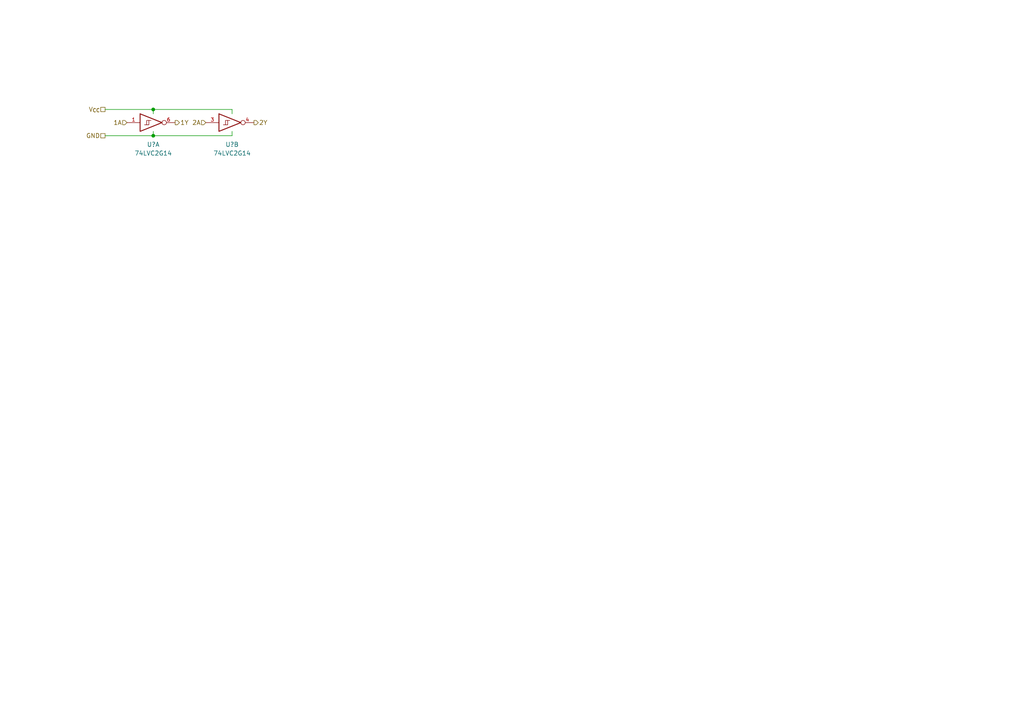
<source format=kicad_sch>
(kicad_sch (version 20211123) (generator eeschema)
  (paper "A4")
  (lib_symbols
    (symbol "74LVC2G14_1" (pin_names (offset 1.016))
      (property "Reference" "U?" (at -0.635 7.62 0))
      (property "Value" "74LVC2G14" (at -0.635 5.08 0))
      (symbol "74LVC2G14_1_0_1"
        (polyline (pts (xy -1.905 -0.635) (xy -1.27 -0.635) (xy -1.27 0.635)))
        (polyline (pts (xy -3.81 2.54) (xy -3.81 -2.54) (xy 2.54 0) (xy -3.81 2.54)) (stroke (width 0.254)))
        (polyline (pts (xy -2.54 -0.635) (xy -1.905 -0.635) (xy -1.905 0.635) (xy -0.635 0.635)))
        (pin power_in line (at 0 -2.54 270) (length 0) hide (name "GND") (number "2"))
        (pin power_in line (at 0 2.54 90) (length 0) hide (name "VCC") (number "5"))
      )
      (symbol "74LVC2G14_1_1_1"
        (pin input line (at -7.62 0 0) (length 3.81) (name "~") (number "1"))
        (pin output inverted (at 6.35 0 180) (length 3.81) (name "~") (number "6"))
      )
      (symbol "74LVC2G14_1_2_1"
        (pin input line (at -7.62 0 0) (length 3.81) (name "~") (number "3"))
        (pin output inverted (at 6.35 0 180) (length 3.81) (name "~") (number "4"))
      )
    )
    (symbol "74xGxx:74LVC2G14" (pin_names (offset 1.016))
      (property "Reference" "U" (at -2.54 3.81 0))
      (property "Value" "74LVC2G14" (at 0 -3.81 0))
      (symbol "74LVC2G14_0_1"
        (polyline (pts (xy -1.905 -0.635) (xy -1.27 -0.635) (xy -1.27 0.635)))
        (polyline (pts (xy -3.81 2.54) (xy -3.81 -2.54) (xy 2.54 0) (xy -3.81 2.54)) (stroke (width 0.254)))
        (polyline (pts (xy -2.54 -0.635) (xy -1.905 -0.635) (xy -1.905 0.635) (xy -0.635 0.635)))
        (pin power_in line (at 0 -2.54 270) (length 0) hide (name "GND") (number "2"))
        (pin power_in line (at 0 2.54 90) (length 0) hide (name "VCC") (number "5"))
      )
      (symbol "74LVC2G14_1_1"
        (pin input line (at -7.62 0 0) (length 3.81) (name "~") (number "1"))
        (pin output inverted (at 6.35 0 180) (length 3.81) (name "~") (number "6"))
      )
      (symbol "74LVC2G14_2_1"
        (pin input line (at -7.62 0 0) (length 3.81) (name "~") (number "3"))
        (pin output inverted (at 6.35 0 180) (length 3.81) (name "~") (number "4"))
      )
    )
  )
  (junction (at 44.45 31.75))
  (junction (at 44.45 39.37))
  (wire (pts (xy 44.45 31.75) (xy 44.45 33.02)))
  (wire (pts (xy 67.31 33.02) (xy 67.31 31.75)))
  (wire (pts (xy 67.31 39.37) (xy 44.45 39.37)))
  (wire (pts (xy 44.45 39.37) (xy 44.45 38.1)))
  (wire (pts (xy 67.31 31.75) (xy 44.45 31.75)))
  (wire (pts (xy 67.31 38.1) (xy 67.31 39.37)))
  (wire (pts (xy 30.48 31.75) (xy 44.45 31.75)))
  (wire (pts (xy 30.48 39.37) (xy 44.45 39.37)))
  (hierarchical_label "GND" (shape passive) (at 30.48 39.37 180))
  (hierarchical_label "1A" (shape input) (at 36.83 35.56 180))
  (hierarchical_label "V_{CC}" (shape passive) (at 30.48 31.75 180))
  (hierarchical_label "1Y" (shape output) (at 50.8 35.56 0))
  (hierarchical_label "2A" (shape input) (at 59.69 35.56 180))
  (hierarchical_label "2Y" (shape output) (at 73.66 35.56 0))
  (symbol (lib_id "74xGxx:74LVC2G14") (at 67.31 35.56 0) (unit 2)
    (property "Reference" "U?" (at 67.31 41.91 0))
    (property "Value" "74LVC2G14" (at 67.31 44.45 0))
    (property "Footprint" "Package_TO_SOT_SMD:SOT-23-6_Handsoldering" (effects hide))
    (property "Datasheet" "https://www.ti.com/lit/ds/symlink/sn74lvc2g14.pdf" (effects hide))
  )
  (symbol (lib_name "74LVC2G14_1") (lib_id "74xGxx:74LVC2G14") (at 44.45 35.56 0) (unit 1)
    (property "Reference" "U?" (at 44.45 41.91 0))
    (property "Value" "74LVC2G14" (at 44.45 44.45 0))
    (property "Footprint" "Package_TO_SOT_SMD:SOT-23-6_Handsoldering" (effects hide))
    (property "Datasheet" "https://www.ti.com/lit/ds/symlink/sn74lvc2g14.pdf" (effects hide))
  )
)
</source>
